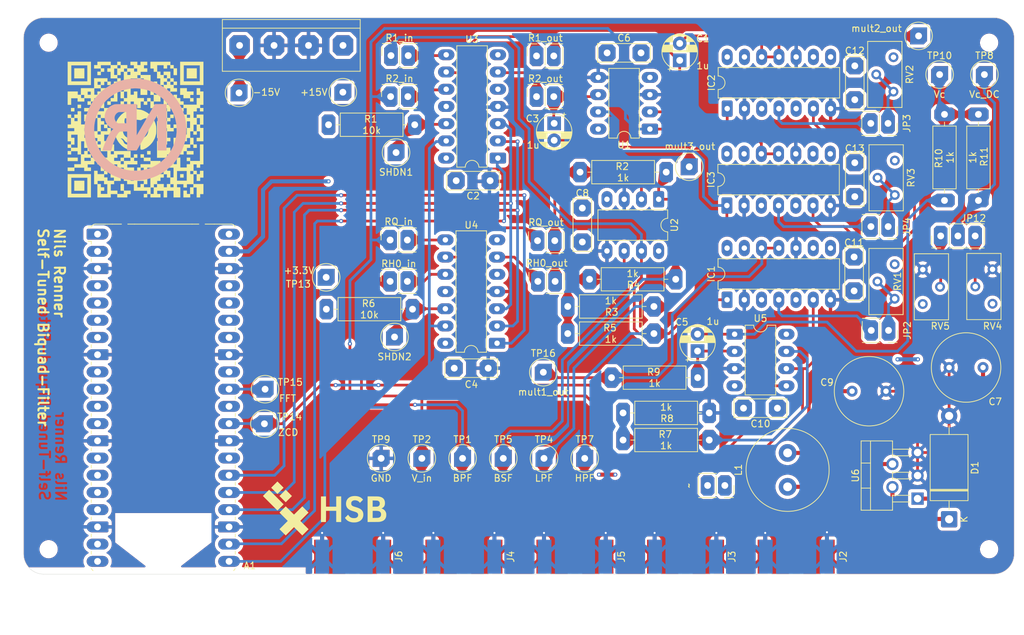
<source format=kicad_pcb>
(kicad_pcb (version 20241229) (generator "pcbnew") (generator_version "9.0")
  (layers (0 "F.Cu" signal) (4 "In1.Cu" power "GND") (6 "In2.Cu" power "PWR") (2 "B.Cu" signal) (13 "F.Paste" user) (15 "B.Paste" user) (5 "F.SilkS" user "F.Silkscreen") (7 "B.SilkS" user "B.Silkscreen") (1 "F.Mask" user) (3 "B.Mask" user) (25 "Edge.Cuts" user))
  (net 0 "")
  (net 1 "GND")
  (net 2 "MOSI")
  (net 3 "+3.3V")
  (net 4 "CS2")
  (net 5 "MISO")
  (net 6 "/ZCD")
  (net 7 "CS1")
  (net 8 "SCK")
  (net 9 "mult2_out")
  (net 10 "Net-(JP5-B)")
  (net 11 "mult3_out")
  (net 12 "Net-(JP9-B)")
  (net 13 "Net-(U5A--)")
  (net 14 "Net-(C5-Pad2)")
  (net 15 "-15V")
  (net 16 "+15V")
  (net 17 "mult1_out")
  (net 18 "unconnected-(IC1-NC_2-Pad5)")
  (net 19 "V_in")
  (net 23 "Net-(IC1-SCALE_FACTOR)")
  (net 24 "HPF")
  (net 25 "Vc")
  (net 26 "BPF")
  (net 29 "Net-(IC2-SCALE_FACTOR)")
  (net 33 "Net-(IC3-SCALE_FACTOR)")
  (net 37 "LPF")
  (net 38 "R1_in")
  (net 39 "Net-(JP2-A)")
  (net 40 "Net-(JP3-A)")
  (net 41 "Net-(JP4-A)")
  (net 42 "R1_out")
  (net 43 "R2_in")
  (net 44 "RQ_in")
  (net 45 "RH0_in")
  (net 46 "R2_out")
  (net 47 "Net-(JP10-B)")
  (net 48 "RQ_out")
  (net 49 "RH0_out")
  (net 50 "Net-(JP12-C)")
  (net 51 "Net-(JP12-A)")
  (net 52 "Net-(JP12-B)")
  (net 53 "Net-(U4-~SHDN)")
  (net 54 "Net-(U3-~SHDN)")
  (net 55 "Net-(U5B-+)")
  (net 56 "BSF")
  (net 57 "Net-(U2B--)")
  (net 85 "/FFT")
  (net 89 "Net-(D1-K)")
  (net 90 "Net-(JP13-A)")
  (footprint "000_OUF:TestPoint" (layer "F.Cu") (at 156.1 115.1)
    (property "Reference" "TP7" (hide yes))
    (property "Value" "HPF")
  )
  (footprint "001_CNC:BNC Edge Mount" (layer "F.Cu") (at 187.26 127.1 90)
    (property "Reference" "J2")
    (property "Value" "Conn_Coaxial")
  )
  (footprint "000_OUF:Resistor" (layer "F.Cu") (at 155.41 72.89)
    (property "Reference" "R2" (hide yes))
    (property "Value" "1k")
  )
  (footprint "000_OUF:TestPoint" (layer "F.Cu") (at 132.1 115.1)
    (property "Reference" "TP2" (hide yes))
    (property "Value" "V_in")
  )
  (footprint "000_OUF:TestPoint" (layer "F.Cu") (at 105.16 61.2 180)
    (property "Reference" "TP12" (hide yes))
    (property "Value" "-15V")
  )
  (footprint "000_OUF:Resistor" (layer "F.Cu") (at 118.35 65.9)
    (property "Reference" "R1" (hide yes))
    (property "Value" "10k")
  )
  (footprint "000_OUF:100nF" (layer "F.Cu") (at 137.16 74.15)
    (property "Reference" "C2" (hide yes))
    (property "Value" "100n" (hide yes))
  )
  (footprint "MountingHole:MountingHole_2.2mm_M2_DIN965" (layer "F.Cu") (at 215.7 53.8)
    (property "Reference" "H2" (hide yes))
    (property "Value" "MountingHole")
  )
  (footprint "000_OUF:DIP_14" (layer "F.Cu") (at 177.1 63.52 90)
    (property "Reference" "IC2")
    (property "Value" "MPY634KP")
  )
  (footprint "000_OUF:TestPoint" (layer "F.Cu") (at 108.9 110)
    (property "Reference" "TP14" (hide yes))
    (property "Value" "ZCD")
  )
  (footprint "000_OUF:TestPoint" (layer "F.Cu") (at 118 88.4 180)
    (property "Reference" "TP13" (hide yes))
    (property "Value" "+3.3V")
  )
  (footprint "000_OUF:DIP_14" (layer "F.Cu") (at 143.185 98.12 180)
    (property "Reference" "U4")
    (property "Value" "MCP4261-104E_P")
  )
  (footprint "000_OUF:Connector 2 Pin 2.54mm" (layer "F.Cu") (at 176.75 119.1 -90)
    (property "Reference" "JP13" (hide yes))
    (property "Value" "~")
  )
  (footprint "000_OUF:TestPoint" (layer "F.Cu") (at 215 58.5)
    (property "Reference" "TP8" (hide yes))
    (property "Value" "Vc_DC")
  )
  (footprint "000_OUF:100nF" (layer "F.Cu") (at 136.875 101.8)
    (property "Reference" "C4" (hide yes))
    (property "Value" "100n" (hide yes))
  )
  (footprint "000_OUF:TestPoint" (layer "F.Cu") (at 150.1 115.1)
    (property "Reference" "TP4" (hide yes))
    (property "Value" "LPF")
  )
  (footprint "000_OUF:Connector 2 Pin 2.54mm" (layer "F.Cu") (at 149 61.75 90)
    (property "Reference" "JP9" (hide yes))
    (property "Value" "R2_out")
  )
  (footprint "000_OUF:Resistor" (layer "F.Cu") (at 118.025 93.1)
    (property "Reference" "R6" (hide yes))
    (property "Value" "10k")
  )
  (footprint "000_OUF:DIP_8" (layer "F.Cu") (at 165.71 66.54 180)
    (property "Reference" "U1")
    (property "Value" "TL082")
  )
  (footprint "000_OUF:Terminal 4 Pol" (layer "F.Cu") (at 120.48 54.2 180)
    (property "Reference" "J1" (hide yes))
    (property "Value" "Screw_Terminal_01x04" (hide yes))
  )
  (footprint "000_OUF:1-10uF" (layer "F.Cu") (at 151.6 65.694888 -90)
    (property "Reference" "C3")
    (property "Value" "1u")
  )
  (footprint "000_OUF:TestPoint" (layer "F.Cu") (at 128.3 70)
    (property "Reference" "TP3" (hide yes))
    (property "Value" "SHDN1")
  )
  (footprint "000_OUF:100nF" (layer "F.Cu") (at 184.5 107.7 180)
    (property "Reference" "C10" (hide yes))
    (property "Value" "100n" (hide yes))
  )
  (footprint "000_OUF:Connector 2 Pin 2.54mm" (layer "F.Cu") (at 200.8 65.7 -90)
    (property "Reference" "JP3")
    (property "Value" "~" (hide yes))
  )
  (footprint "000_OUF:TestPoint" (layer "F.Cu") (at 138.1 115.1)
    (property "Reference" "TP1" (hide yes))
    (property "Value" "BPF")
  )
  (footprint "000_OUF:1-10uF" (layer "F.Cu") (at 170.1 56.405112 90)
    (property "Reference" "C1")
    (property "Value" "1u")
  )
  (footprint "000_OUF:1-10uF" (layer "F.Cu") (at 172.73 99.275113 90)
    (property "Reference" "C5")
    (property "Value" "1u")
  )
  (footprint "001_CNC:BNC Edge Mount" (layer "F.Cu") (at 121.9 127.1 90)
    (property "Reference" "J6")
    (property "Value" "Conn_Coaxial")
  )
  (footprint "000_OUF:TestPoint" (layer "F.Cu") (at 150 102.4)
    (property "Reference" "TP16" (hide yes))
    (property "Value" "mult1_out")
  )
  (footprint "000_OUF:Resistor" (layer "F.Cu") (at 174.45 108.4 180)
    (property "Reference" "R8" (hide yes))
    (property "Value" "1k")
  )
  (footprint "000_OUF:Connector 2 Pin 2.54mm" (layer "F.Cu") (at 149.2 89 90)
    (property "Reference" "JP11" (hide yes))
    (property "Value" "RH0_out")
  )
  (footprint "001_CNC:BNC Edge Mount" (layer "F.Cu") (at 138.3 127.1 90)
    (property "Reference" "J4")
    (property "Value" "Conn_Coaxial")
  )
  (footprint "Capacitor_THT:C_Radial_D10.0mm_H16.0mm_P5.00mm" (layer "F.Cu") (at 214.8 101.7 180)
    (property "Reference" "C7")
    (property "Value" "470uF")
  )
  (footprint "Potentiometer_THT:Potentiometer_Bourns_3296Y_Vertical" (layer "F.Cu") (at 201.6 61.02 -90)
    (property "Reference" "RV2")
    (property "Value" "10k")
  )
  (footprint "000_OUF:DIP_14" (layer "F.Cu") (at 177.08 91.71 90)
    (property "Reference" "IC1")
    (property "Value" "MPY634KP")
  )
  (footprint "000_OUF:DIP_14" (layer "F.Cu") (at 143.31 70.82 180)
    (property "Reference" "U3")
    (property "Value" "MCP4261-104E_P")
  )
  (footprint "000_OUF:Connector 2 Pin 2.54mm" (layer "F.Cu") (at 149 55.75 90)
    (property "Reference" "JP5" (hide yes))
    (property "Value" "R1_out")
  )
  (footprint "000_OUF:DIP_8" (layer "F.Cu") (at 178.19 96.79)
    (property "Reference" "U5")
    (property "Value" "TL082")
  )
  (footprint "000_OUF:TestPoint" (layer "F.Cu") (at 109 104.9)
    (property "Reference" "TP15" (hide yes))
    (property "Value" "FFT")
  )
  (footprint "Package_TO_SOT_THT:TO-220-5_P3.4x3.7mm_StaggerOdd_Lead3.8mm_Vertical" (layer "F.Cu") (at 205.15 121.04 90)
    (property "Reference" "U6")
    (property "Value" "LM2596T-3.3")
  )
  (footprint "000_OUF:Resistor" (layer "F.Cu") (at 166.3 92.7 180)
    (property "Reference" "R3" (hide yes))
    (property "Value" "1k")
  )
  (footprint "Inductor_THT:L_Radial_D12.0mm_P5.00mm_Fastron_11P" (layer "F.Cu") (at 186 119.3 90)
    (property "Reference" "L1")
    (property "Value" "68uH")
  )
  (footprint "Diode_THT:D_DO-27_P15.24mm_Horizontal" (layer "F.Cu") (at 209.8 124.08 90)
    (property "Reference" "D1")
    (property "Value" "1N5820")
  )
  (footprint "000_OUF:TestPoint" (layer "F.Cu") (at 205.3 52.8)
    (property "Reference" "TP17" (hide yes))
    (property "Value" "mult2_out")
  )
  (footprint "000_OUF:RaspberryPi_Pico_W_THT" (layer "F.Cu") (at 94 106.1625)
    (property "Reference" "A1")
    (property "Value" "RaspberryPi_Pico_W")
  )
  (footprint "000_OUF:Connector 2 Pin 2.54mm" (layer "F.Cu") (at 200.87 96.23 -90)
    (property "Reference" "JP2")
    (property "Value" "~" (hide yes))
  )
  (footprint "000_OUF:100nF" (layer "F.Cu") (at 159.4 55.3)
    (property "Reference" "C6" (hide yes))
    (property "Value" "100n" (hide yes))
  )
  (footprint "000_OUF:100nF" (layer "F.Cu") (at 195.8 90.4 90)
    (property "Reference" "C11" (hide yes))
    (property "Value" "100n" (hide yes))
  )
  (footprint "000_OUF:Connector 2 Pin 2.54mm" (layer "F.Cu") (at 127.5 61.75 90)
    (property "Reference" "JP6" (hide yes))
    (property "Value" "R2_in")
  )
  (footprint "000_OUF:Resistor" (layer "F.Cu") (at 160.05 103.2)
    (property "Reference" "R9" (hide yes))
    (property "Value" "1k")
  )
  (footprint "Potentiometer_THT:Potentiometer_Bourns_3296Y_Vertical" (layer "F.Cu") (at 205.92 87.26 90)
    (property "Reference" "RV5")
    (property "Value" "100k")
  )
  (footprint "000_OUF:DIP_14" (layer "F.Cu") (at 177.05 77.81 90)
    (property "Reference" "IC3")
    (property "Value" "MPY634KP")
  )
  (footprint "000_OUF:Resistor" (layer "F.Cu") (at 214.12 64.37 -90)
    (property "Reference" "R11" (hide yes))
    (property "Value" "1k")
  )
  (footprint "000_OUF:Connector 2 Pin 2.54mm" (layer "F.Cu") (at 149.15 83 90)
    (property "Reference" "JP10" (hide yes))
    (property "Value" "RQ_out")
  )
  (footprint "000_OUF:100nF" (layer "F.Cu") (at 155.75 83.19 90)
    (property "Reference" "C8" (hide yes))
    (property "Value" "100n" (hide yes))
  )
  (footprint "Potentiometer_THT:Potentiometer_Bourns_3296Y_Vertical" (layer "F.Cu") (at 201.8 76.26 -90)
    (property "Reference" "RV3")
    (property "Value" "10k")
  )
  (footprint "MountingHole:MountingHole_2.2mm_M2_DIN965" (layer "F.Cu") (at 215.7 128.5)
    (property "Reference" "H4" (hide yes))
    (property "Value" "MountingHole")
  )
  (footprint "000_OUF:TestPoint" (layer "F.Cu") (at 126.1 115.1)
    (property "Reference" "TP9" (hide yes))
    (property "Value" "GND")
  )
  (footprint "000_OUF:100nF" (layer "F.Cu") (at 195.9 76.5 90)
    (property "Reference" "C13" (hide yes))
    (property "Value" "100n" (hide yes))
  )
  (footprint "000_OUF:DIP_8" (layer "F.Cu") (at 167 76.89 -90)
    (property "Reference" "U2")
    (property "Value" "TL082")
  )
  (footprint "000_OUF:TestPoint" (layer "F.Cu") (at 120.46 61.1 180)
    (property "Reference" "TP11" (hide yes))
    (property "Value" "+15V")
  )
  (footprint "000_OUF:Connector 3 Pin 2,54mm" (layer "F.Cu") (at 211.1 82.3)
    (property "Reference" "JP12")
    (property "Value" "Jumper3" (hide yes))
  )
  (footprint "000_OUF:Resistor" (layer "F.Cu") (at 161.75 112.4)
    (property "Reference" "R7" (hide yes))
    (property "Value" "1k")
  )
  (footprint "001_CNC:BNC Edge Mount" (layer "F.Cu") (at 170.96 127.1 90)
    (property "Reference" "J3")
    (property "Value" "Conn_Coaxial")
  )
  (footprint "AQUA-link_bib:HSB_Logo" (layer "F.Cu") (at 117.9 122.5)
    (property "Reference" "G***" (hide yes))
    (property "Value" "LOGO" (hide yes))
  )
  (footprint "000_OUF:Connector 2 Pin 2.54mm" (layer "F.Cu") (at 127.425 82.9 90)
    (property "Reference" "JP7" (hide yes))
    (property "Value" "RQ_in")
  )
  (footprint "Potentiometer_THT:Potentiometer_Bourns_3296Y_Vertical" (layer "F.Cu") (at 201.78 91.56 -90)
    (property "Reference" "RV1")
    (property "Value" "10k")
  )
  (footprint "003_logos:git_qr" (layer "F.Cu") (at 89.9 66.6)
    (property "Reference" "Ref**" (hide yes))
    (property "Value" "Val**" (hide yes))
  )
  (footprint "000_OUF:100nF" (layer "F.Cu") (at 195.9 62.21 90)
    (property "Reference" "C12" (hide yes))
    (property "Value" "100n" (hide yes))
  )
  (footprint "000_OUF:TestPoint" (layer "F.Cu") (at 171.5 72.1)
    (property "Reference" "TP18" (hide yes))
    (property "Value" "mult3_out")
  )
  (footprint "000_OUF:Connector 2 Pin 2.54mm" (layer "F.Cu") (at 127.425 89 90)
    (property "Reference" "JP8" (hide yes))
    (property "Value" "RH0_in")
  )
  (footprint "000_OUF:Resistor" (layer "F.Cu") (at 209.12 77.07 90)
    (property "Reference" "R10" (hide yes))
    (property "Value" "1k")
  )
  (footprint "MountingHole:MountingHole_2.2mm_M2_DIN965" (layer "F.Cu") (at 77.1 53.8)
    (property "Reference" "H1" (hide yes))
    (property "Value" "MountingHole")
  )
  (footprint "000_OUF:Connector 2 Pin 2.54mm" (layer "F.Cu") (at 127.55 55.7 90)
    (property "Reference" "JP1" (hide yes))
    (property "Value" "R1_in")
  )
  (footprint "000_OUF:Connector 2 Pin 2.54mm" (layer "F.Cu") (at 200.82 80.92 -90)
    (property "Reference" "JP4")
    (property "Value" "~" (hide yes))
  )
  (footprint "MountingHole:MountingHole_2.2mm_M2_DIN965" (layer "F.Cu") (at 77.1 128.5)
    (property "Reference" "H3" (hide yes))
    (property "Value" "MountingHole")
  )
  (footprint "Capacitor_THT:C_Radial_D10.0mm_H16.0mm_P5.00mm" (layer "F.Cu") (at 195.5 105.2)
    (property "Reference" "C9")
    (property "Value" "330uF")
  )
  (footprint "Potentiometer_THT:Potentiometer_Bourns_3296Y_Vertical" (layer "F.Cu") (at 216.2 92.3 -90)
    (property "Reference" "RV4")
    (property "Value" "100k")
  )
  (footprint "001_CNC:BNC Edge Mount" (layer "F.Cu") (at 154.66 127.1 90)
    (property "Reference" "J5")
    (property "Value" "Conn_Coaxial")
  )
  (footprint "000_OUF:TestPoint" (layer "F.Cu") (at 208.4 58.5)
    (property "Reference" "TP10" (hide yes))
    (property "Value" "Vc")
  )
  (footprint "000_OUF:Resistor" (layer "F.Cu") (at 169.51 88.69 180)
    (property "Reference" "R4" (hide yes))
    (property "Value" "1k")
  )
  (footprint "000_OUF:TestPoint" (layer "F.Cu") (at 128.075 97.2)
    (property "Reference" "TP6" (hide yes))
    (property "Value" "SHDN2")
  )
  (footprint "000_OUF:TestPoint" (layer "F.Cu") (at 144.1 115.1)
    (property "Reference" "TP5" (hide yes))
    (property "Value" "BSF")
  )
  (footprint "000_OUF:Resistor" (layer "F.Cu") (at 153.6 96.7)
    (property "Reference" "R5" (hide yes))
    (property "Value" "1k")
  )
  (footprint "003_logos:logo_nils" (layer "B.Cu") (at 89.9 66.6 180)
    (property "Reference" "Ref**" (hide yes))
    (property "Value" "Val**" (hide yes))
  )
  (gr_arc (start 73.400001 53.099999) (mid 74.278681 50.97868) (end 76.4 50.1) (stroke (width 0.05)) (layer "Edge.Cuts"))
  (gr_line (start 216.4 50.1) (end 76.4 50.1) (stroke (width 0.05)) (layer "Edge.Cuts"))
  (gr_arc (start 76.4 132.178678) (mid 74.278681 131.299998) (end 73.400001 129.178679) (stroke (width 0.05)) (layer "Edge.Cuts"))
  (gr_line (start 216.4 132.178678) (end 76.4 132.178678) (stroke (width 0.05)) (layer "Edge.Cuts"))
  (gr_arc (start 219.39998 129.17868) (mid 218.5213 131.3) (end 216.39998 132.17868) (stroke (width 0.05)) (layer "Edge.Cuts"))
  (gr_arc (start 216.39998 50.1) (mid 218.5213 50.97868) (end 219.39998 53.1) (stroke (width 0.05)) (layer "Edge.Cuts"))
  (gr_line (start 219.39998 129.17868) (end 219.39998 53.1) (stroke (width 0.05)) (layer "Edge.Cuts"))
  (gr_line (start 73.400001 129.178679) (end 73.400001 53.099999) (stroke (width 0.05)) (layer "Edge.Cuts"))
  (gr_text "Version 2\n" (at 201.6 129.6 0) (layer "F.Cu" knockout) (effects (font (size 1.5 1.5) (thickness 0.3) (bold yes)) (justify left bottom)))
  (gr_text "Self-Tuned Biquad-Filter" (at 75.6 121.5 270) (layer "B.Cu" knockout) (effects (font (size 1.5 1.5) (thickness 0.3) (bold yes)) (justify left bottom mirror)))
  (gr_text "Nils Renner" (at 78 121.6 270) (layer "B.Cu" knockout) (effects (font (size 1.5 1.5) (thickness 0.3) (bold yes)) (justify left bottom mirror)))
  (gr_text "Nils Renner\nSelf-Tuned Biquad-Filter\n" (at 75.4 81 270) (layer "F.SilkS") (effects (font (size 1.5 1.5) (thickness 0.3) (bold yes)) (justify left bottom)))
  (segment (start 142.8 129.275) (end 143.225 129.7) (width 0.6) (layer "F.Cu") (net 1))
  (segment (start 166.4 126.1) (end 166.4 129.335) (width 0.6) (layer "F.Cu") (net 1))
  (segment (start 126.4 126.1) (end 126.4 129.275) (width 0.6) (layer "F.Cu") (net 1))
  (segment (start 205.15 106.95) (end 203.4 105.2) (width 0.4) (layer "F.Cu") (net 1))
  (segment (start 205.15 117.64) (end 205.15 114.24) (width 0.4) (layer "F.Cu") (net 1))
  (segment (start 150.1 126.1) (end 150.1 129.335) (width 0.6) (layer "F.Cu") (net 1))
  (segment (start 175.5 129.315) (end 175.885 129.7) (width 0.6) (layer "F.Cu") (net 1))
  (segment (start 150.1 129.335) (end 149.735 129.7) (width 0.6) (layer "F.Cu") (net 1))
  (segment (start 191.8 126) (end 191.8 129.315) (width 0.6) (layer "F.Cu") (net 1))
  (segment (start 175.5 126.1) (end 175.5 129.315) (width 0.6) (layer "F.Cu") (net 1))
  (segment (start 208.08 114.24) (end 209.8 112.52) (width 0.4) (layer "F.Cu") (net 1))
  (segment (start 117.4 126.1) (end 117.4 129.275) (width 0.6) (layer "F.Cu") (net 1))
  (segment (start 205.15 114.24) (end 208.08 114.24) (width 0.4) (layer "F.Cu") (net 1))
  (segment (start 159.2 126.1) (end 159.2 129.315) (width 0.6) (layer "F.Cu") (net 1))
  (segment (start 159.2 129.315) (end 159.585 129.7) (width 0.6) (layer "F.Cu") (net 1))
  (segment (start 205.15 114.24) (end 205.15 106.95) (width 0.4) (layer "F.Cu") (net 1))
  (segment (start 142.8 126.1) (end 142.8 129.275) (width 0.6) (layer "F.Cu") (net 1))
  (segment (start 209.8 108.84) (end 209.8 101.7) (width 0.4) (layer "F.Cu") (net 1))
  (segment (start 209.8 112.52) (end 209.8 108.84) (width 0.4) (layer "F.Cu") (net 1))
  (segment (start 182.7 126.1) (end 182.7 129.335) (width 0.6) (layer "F.Cu") (net 1))
  (segment (start 126.4 129.275) (end 126.825 129.7) (width 0.6) (layer "F.Cu") (net 1))
  (segment (start 117.4 129.275) (end 116.975 129.7) (width 0.6) (layer "F.Cu") (net 1))
  (segment (start 191.8 129.315) (end 192.185 129.7) (width 0.6) (layer "F.Cu") (net 1))
  (segment (start 203.4 105.2) (end 200.5 105.2) (width 0.4) (layer "F.Cu") (net 1))
  (segment (start 166.4 129.335) (end 166.035 129.7) (width 0.6) (layer "F.Cu") (net 1))
  (segment (start 182.7 129.335) (end 182.335 129.7) (width 0.6) (layer "F.Cu") (net 1))
  (segment (start 133.8 129.275) (end 133.375 129.7) (width 0.6) (layer "F.Cu") (net 1))
  (segment (start 133.8 126.1) (end 133.8 129.275) (width 0.6) (layer "F.Cu") (net 1))
  (via (at 166.4 126.1) (size 0.6) (drill 0.3) (layers "F.Cu" "B.Cu") (net 1))
  (via (at 191.8 126) (size 0.6) (drill 0.3) (layers "F.Cu" "B.Cu") (net 1))
  (via (at 175.5 126.1) (size 0.6) (drill 0.3) (layers "F.Cu" "B.Cu") (net 1))
  (via (at 133.8 126.1) (size 0.6) (drill 0.3) (layers "F.Cu" "B.Cu") (net 1))
  (via (at 117.4 126.1) (size 0.6) (drill 0.3) (layers "F.Cu" "B.Cu") (net 1))
  (via (at 159.2 126.1) (size 0.6) (drill 0.3) (layers "F.Cu" "B.Cu") (net 1))
  (via (at 126.4 126.1) (size 0.6) (drill 0.3) (layers "F.Cu" "B.Cu") (net 1))
  (via (at 142.8 126.1) (size 0.6) (drill 0.3) (layers "F.Cu" "B.Cu") (net 1))
  (via (at 182.7 126.1) (size 0.6) (drill 0.3) (layers "F.Cu" "B.Cu") (net 1))
  (via (at 150.1 126.1) (size 0.6) (drill 0.3) (layers "F.Cu" "B.Cu") (net 1))
  (segment (start 166.4 129.6) (end 166.5 129.7) (width 0.6) (layer "B.Cu") (net 1))
  (segment (start 166.4 126.1) (end 166.4 129.6) (width 0.6) (layer "B.Cu") (net 1))
  (segment (start 191.8 126) (end 191.8 129.62) (width 0.6) (layer "B.Cu") (net 1))
  (segment (start 142.8 126.1) (end 142.8 129.66) (width 0.6) (layer "B.Cu") (net 1))
  (segment (start 126.4 129.66) (end 126.36 129.7) (width 0.6) (layer "B.Cu") (net 1))
  (segment (start 133.8 129.66) (end 133.84 129.7) (width 0.6) (layer "B.Cu") (net 1))
  (segment (start 175.5 126.1) (end 175.5 129.62) (width 0.6) (layer "B.Cu") (net 1))
  (segment (start 133.8 126.1) (end 133.8 129.66) (width 0.6) (layer "B.Cu") (net 1))
  (segment (start 150.1 129.6) (end 150.2 129.7) (width 0.6) (layer "B.Cu") (net 1))
  (segment (start 150.1 126.1) (end 150.1 129.6) (width 0.6) (layer "B.Cu") (net 1))
  (segment (start 159.2 126.1) (end 159.2 129.62) (width 0.6) (layer "B.Cu") (net 1))
  (segment (start 117.4 126.1) (end 117.4 129.66) (width 0.6) (layer "B.Cu") (net 1))
  (segment (start 175.5 129.62) (end 175.42 129.7) (width 0.6) (layer "B.Cu") (net 1))
  (segment (start 126.4 126.1) (end 126.4 129.66) (width 0.6) (layer "B.Cu") (net 1))
  (segment (start 191.8 129.62) (end 191.72 129.7) (width 0.6) (layer "B.Cu") (net 1))
  (segment (start 159.2 129.62) (end 159.12 129.7) (width 0.6) (layer "B.Cu") (net 1))
  (segment (start 182.7 126.1) (end 182.7 129.6) (width 0.6) (layer "B.Cu") (net 1))
  (segment (start 117.4 129.66) (end 117.44 129.7) (width 0.6) (layer "B.Cu") (net 1))
  (segment (start 182.7 129.6) (end 182.8 129.7) (width 0.6) (layer "B.Cu") (net 1))
  (segment (start 142.8 129.66) (end 142.76 129.7) (width 0.6) (layer "B.Cu") (net 1))
  (segment (start 145.2 77.5) (end 120.2 77.5) (width 0.4) (layer "F.Cu") (net 2))
  (via (at 120.2 77.5) (size 0.6) (drill 0.3) (layers "F.Cu" "B.Cu") (net 2))
  (via (at 145.2 77.5) (size 0.6) (drill 0.3) (layers "F.Cu" "B.Cu") (net 2))
  (segment (start 113.3 118.6) (end 111.7675 120.1325) (width 0.4) (layer "B.Cu") (net 2))
  (segment (start 145.2 92.4) (end 144.56 93.04) (width 0.4) (layer "B.Cu") (net 2))
  (segment (start 144.56 93.04) (end 143.185 93.04) (width 0.4) (layer "B.Cu") (net 2))
  (segment (start 143.21 65.84) (end 144.44 65.84) (width 0.4) (layer "B.Cu") (net 2))
  (segment (start 145.2 66.6) (end 145.2 92.4) (width 0.4) (layer "B.Cu") (net 2))
  (segment (start 113.3 78.8) (end 113.3 118.6) (width 0.4) (layer "B.Cu") (net 2))
  (segment (start 114.6 77.5) (end 113.3 78.8) (width 0.4) (layer "B.Cu") (net 2))
  (segment (start 111.7675 120.1325) (end 103.69 120.1325) (width 0.4) (layer "B.Cu") (net 2))
  (segment (start 120.2 77.5) (end 114.6 77.5) (width 0.4) (layer "B.Cu") (net 2))
  (segment (start 144.44 65.84) (end 145.2 66.6) (width 0.4) (layer "B.Cu") (net 2))
  (via (at 118.35 74.25) (size 0.6) (drill 0.3) (layers "F.Cu" "B.Cu") (net 3))
  (segment (start 108.7 75.5) (end 108.7 82.4) (width 0.6) (layer "B.Cu") (net 3))
  (segment (start 108.7 82.4) (end 106.5275 84.5725) (width 0.6) (layer "B.Cu") (net 3))
  (segment (start 106.5275 84.5725) (end 103.69 84.5725) (width 0.6) (layer "B.Cu") (net 3))
  (segment (start 109.95 74.25) (end 108.7 75.5) (width 0.6) (layer "B.Cu") (net 3))
  (segment (start 118.35 74.25) (end 109.95 74.25) (width 0.6) (layer "B.Cu") (net 3))
  (segment (start 147.2 76.3) (end 120.4 76.3) (width 0.4) (layer "F.Cu") (net 4))
  (via (at 147.2 76.3) (size 0.6) (drill 0.3) (layers "F.Cu" "B.Cu") (net 4))
  (via (at 120.2 76.3) (size 0.6) (drill 0.3) (layers "F.Cu" "B.Cu") (net 4))
  (segment (start 145.28 98.12) (end 143.185 98.12) (width 0.4) (layer "B.Cu") (net 4))
  (segment (start 111.8 78.2) (end 111.8 116.2) (width 0.4) (layer "B.Cu") (net 4))
  (segment (start 147.2 96.2) (end 145.28 98.12) (width 0.4) (layer "B.Cu") (net 4))
  (segment (start 110.4075 117.5925) (end 103.69 117.5925) (width 0.4) (layer "B.Cu") (net 4))
  (segment (start 113.7 76.3) (end 111.8 78.2) (width 0.4) (layer "B.Cu") (net 4))
  (segment (start 111.8 116.2) (end 110.4075 117.5925) (width 0.4) (layer "B.Cu") (net 4))
  (segment (start 147.2 76.3) (end 147.2 96.2) (width 0.4) (layer "B.Cu") (net 4))
  (segment (start 120.2 76.3) (end 113.7 76.3) (width 0.4) (layer "B.Cu") (net 4))
  (segment (start 135.565 95.58) (end 133.2 95.58) (width 0.4) (layer "B.Cu") (net 5))
  (segment (start 133.2 103.6) (end 129.2 107.6) (width 0.4) (layer "B.Cu") (net 5))
  (segment (start 117.8 109.7) (end 117.8 123.8) (width 0.4) (layer "B.Cu") (net 5))
  (segment (start 133.2 95.1) (end 133.2 103.6) (width 0.4) (layer "B.Cu") (net 5))
  (segment (start 133.2 95.58) (end 133.2 95.1) (width 0.4) (layer "B.Cu") (net 5))
  (segment (start 133.2 69.4) (end 134.22 68.38) (width 0.4) (layer "B.Cu") (net 5))
  (segment (start 119.9 107.6) (end 117.8 109.7) (width 0.4) (layer "B.Cu") (net 5))
  (segment (start 134.22 68.38) (end 135.59 68.38) (width 0.4) (layer "B.Cu") (net 5))
  (segment (start 117.8 123.8) (end 111.3075 130.2925) (width 0.4) (layer "B.Cu") (net 5))
  (segment (start 111.3075 130.2925) (end 103.69 130.2925) (width 0.4) (layer "B.Cu") (net 5))
  (segment (start 133.2 95.1) (end 133.2 69.4) (width 0.4) (layer "B.Cu") (net 5))
  (segment (start 129.2 107.6) (end 119.9 107.6) (width 0.4) (layer "B.Cu") (net 5))
  (segment (start 111.5 110) (end 108.9 110) (width 0.4) (layer "F.Cu") (net 6))
  (segment (start 130.249 104.299) (end 156.799 104.299) (width 0.4) (layer "F.Cu") (net 6))
  (segment (start 125.7 104.3) (end 130.248 104.3) (width 0.4) (layer "F.Cu") (net 6))
  (segment (start 164.7 105.7) (end 171.4 112.4) (width 0.4) (layer "F.Cu") (net 6))
  (segment (start 130.248 104.3) (end 130.249 104.299) (width 0.4) (layer "F.Cu") (net 6))
  (segment (start 156.799 104.299) (end 158.2 105.7) (width 0.4) (layer "F.Cu") (net 6))
  (segment (start 119.4 104.3) (end 117.2 104.3) (width 0.4) (layer "F.Cu") (net 6))
  (segment (start 171.4 112.4) (end 174.45 112.4) (width 0.4) (layer "F.Cu") (net 6))
  (segment (start 158.2 105.7) (end 164.7 105.7) (width 0.4) (layer "F.Cu") (net 6))
  (segment (start 117.2 104.3) (end 111.5 110) (width 0.4) (layer "F.Cu") (net 6))
  (via (at 119.4 104.3) (size 0.6) (drill 0.3) (layers "F.Cu" "B.Cu") (net 6))
  (via (at 125.7 104.3) (size 0.6) (drill 0.3) (layers "F.Cu" "B.Cu") (net 6))
  (segment (start 188.9 107.4) (end 183.9 112.4) (width 0.4) (layer "B.Cu") (net 6))
  (segment (start 119.4 104.3) (end 119.5 104.3) (width 0.4) (layer "B.Cu") (net 6))
  (segment (start 188.9 100.4) (end 188.9 107.4) (width 0.4) (layer "B.Cu") (net 6))
  (segment (start 108.8725 109.9725) (end 108.9 110) (width 0.4) (layer "B.Cu") (net 6))
  (segment (start 103.69 109.9725) (end 108.8725 109.9725) (width 0.4) (layer "B.Cu") (net 6))
  (segment (start 187.83 99.33) (end 188.9 100.4) (width 0.4) (layer "B.Cu") (net 6))
  (segment (start 119.4 104.3) (end 125.7 104.3) (width 0.4) (layer "B.Cu") (net 6))
  (segment (start 183.9 112.4) (end 174.45 112.4) (width 0.4) (layer "B.Cu") (net 6))
  (segment (start 185.81 99.33) (end 187.83 99.33) (width 0.4) (layer "B.Cu") (net 6))
  (segment (start 144.2 80.1) (end 120.2 80.1) (width 0.4) (layer "F.Cu") (net 7))
  (via (at 120.2 80.1) (size 0.6) (drill 0.3) (layers "F.Cu" "B.Cu") (net 7))
  (via (at 144.2 80.1) (size 0.6) (drill 0.3) (layers "F.Cu" "B.Cu") (net 7))
  (segment (start 116.3 80.5) (end 116.3 122.8) (width 0.4) (layer "B.Cu") (net 7))
  (segment (start 120.2 80.1) (end 116.7 80.1) (width 0.4) (layer "B.Cu") (net 7))
  (segment (start 111.4 127.7) (end 103.7425 127.7) (width 0.4) (layer "B.Cu") (net 7))
  (segment (start 144.3 80) (end 144.3 73) (width 0.4) (layer "B.Cu") (net 7))
  (segment (start 144.3 73) (end 143.31 72.01) (width 0.4) (layer "B.Cu") (net 7))
  (segment (start 143.21 72.11) (end 143.21 70.92) (width 0.4) (layer "B.Cu") (net 7))
  (segment (start 116.7 80.1) (end 116.3 80.5) (width 0.4) (layer "B.Cu") (net 7))
  (segment (start 103.7425 127.7) (end 103.69 127.7525) (width 0.4) (layer "B.Cu") (net 7))
  (segment (start 116.3 122.8) (end 111.4 127.7) (width 0.4) (layer "B.Cu") (net 7))
  (segment (start 146.2 68.38) (end 143.21 68.38) (width 0.4) (layer "F.Cu") (net 8))
  (segment (start 146.2 68.38) (end 146.22 68.4) (width 0.4) (layer "F.Cu") (net 8))
  (segment (start 146.2 78.5) (end 120.2 78.5) (width 0.4) (layer "F.Cu") (net 8))
  (via (at 120.2 78.5) (size 0.6) (drill 0.3) (layers "F.Cu" "B.Cu") (net 8))
  (via (at 146.2 78.5) (size 0.6) (drill 0.3) (layers "F.Cu" "B.Cu") (net 8))
  (via (at 146.2 68.38) (size 0.6) (drill 0.3) (layers "F.Cu" "B.Cu") (net 8))
  (segment (start 114.8 79.2) (end 114.8 120.9) (width 0.4) (layer "B.Cu") (net 8))
  (segment (start 120.2 78.5) (end 115.5 78.5) (width 0.4) (layer "B.Cu") (net 8))
  (segment (start 145.52 95.58) (end 143.185 95.58) (width 0.4) (layer "B.Cu") (net 8))
  (segment (start 146.2 68.38) (end 146.2 78.5) (width 0.4) (layer "B.Cu") (net 8))
  (segment (start 146.2 78.5) (end 146.2 94.9) (width 0.4) (layer "B.Cu") (net 8))
  (segment (start 114.8 120.9) (end 113.0275 122.6725) (width 0.4) (layer "B.Cu") (net 8))
  (segment (start 113.0275 122.6725) (end 103.69 122.6725) (width 0.4) (layer "B.Cu") (net 8))
  (segment (start 146.2 94.9) (end 145.52 95.58) (width 0.4) (layer "B.Cu") (net 8))
  (segment (start 115.5 78.5) (end 114.8 79.2) (width 0.4) (layer "B.Cu") (net 8))
  (segment (start 184.72 55.9) (end 184.72 53.58) (width 0.4) (layer "F.Cu") (net 9))
  (segment (start 185.5 52.8) (end 205.3 52.8) (width 0.4) (layer "F.Cu") (net 9))
  (segment (start 170.1 53.905112) (end 171.205112 52.8) (width 0.4) (layer "F.Cu") (net 9))
  (segment (start 181.28 52.8) (end 182.18 53.7) (width 0.4) (layer "F.Cu") (net 9))
  (segment (start 171.205112 52.8) (end 181.28 52.8) (width 0.4) (layer "F.Cu") (net 9))
  (segment (start 182.18 53.7) (end 182.18 55.9) (width 0.4) (layer "F.Cu") (net 9))
  (segment (start 184.72 53.58) (end 185.5 52.8) (width 0.4) (layer "F.Cu") (net 9))
  (segment (start 182.18 55.9) (end 184.72 55.9) (width 0.4) (layer "F.Cu") (net 9))
  (segment (start 151.54 55.75) (end 151.54 53.86) (width 0.4) (layer "F.Cu") (net 10))
  (segment (start 170.1 62.8) (end 168.9 64) (width 0.4) (layer "F.Cu") (net 10))
  (segment (start 170.1 56.405112) (end 170.1 62.8) (width 0.4) (layer "F.Cu") (net 10))
  (segment (start 169.905112 56.405112) (end 170.1 56.405112) (width 0.4) (layer "F.Cu") (net 10))
  (segment (start 166.4 52.9) (end 169.905112 56.405112) (width 0.4) (layer "F.Cu") (net 10))
  (segment (start 152.5 52.9) (end 166.4 52.9) (width 0.4) (layer "F.Cu") (net 10))
  (segment (start 151.54 53.86) (end 152.5 52.9) (width 0.4) (layer "F.Cu") (net 10))
  (segment (start 168.9 64) (end 165.71 64) (width 0.4) (layer "F.Cu") (net 10))
  (segment (start 172.7 68) (end 181.5 68) (width 0.4) (layer "F.Cu") (net 11))
  (segment (start 151.6 68.194888) (end 151.605112 68.2) (width 0.4) (layer "F.Cu") (net 11))
  (segment (start 181.5 68) (end 182.13 68.63) (width 0.4) (layer "F.Cu") (net 11))
  (segment (start 154.3 69.2) (end 171.5 69.2) (width 0.4) (layer "F.Cu") (net 11))
  (segment (start 171.5 69.2) (end 172.7 68) (width 0.4) (layer "F.Cu") (net 11))
  (segment (start 171.5 69.2) (end 171.5 72.1) (width 0.4) (layer "F.Cu") (net 11))
  (segment (start 153.3 68.2) (end 154.3 69.2) (width 0.4) (layer "F.Cu") (net 11))
  (segment (start 182.13 68.63) (end 182.13 70.19) (width 0.4) (layer "F.Cu") (net 11))
  (segment (start 182.13 70.19) (end 184.67 70.19) (width 0.4) (layer "F.Cu") (net 11))
  (segment (start 151.605112 68.2) (end 153.3 68.2) (width 0.4) (layer "F.Cu") (net 11))
  (segment (start 157.8 61.75) (end 158.09 61.46) (width 0.4) (layer "F.Cu") (net 12))
  (segment (start 151.54 61.75) (end 157.8 61.75) (width 0.4) (layer "F.Cu") (net 12))
  (segment (start 151.54 61.75) (end 151.54 65.634888) (width 0.4) (layer "F.Cu") (net 12))
  (segment (start 151.54 65.634888) (end 151.6 65.694888) (width 0.4) (layer "F.Cu") (net 12))
  (segment (start 172.75 103.2) (end 172.75 99.295113) (width 0.4) (layer "F.Cu") (net 13))
  (segment (start 178.135113 99.275113) (end 178.19 99.33) (width 0.4) (layer "F.Cu") (net 13))
  (segment (start 172.75 99.295113) (end 172.73 99.275113) (width 0.4) (layer "F.Cu") (net 13))
  (segment (start 172.73 99.275113) (end 178.135113 99.275113) (width 0.4) (layer "F.Cu") (net 13))
  (segment (start 172.744887 96.79) (end 172.73 96.775113) (width 0.4) (layer "F.Cu") (net 14))
  (segment (start 178.19 96.79) (end 172.744887 96.79) (width 0.4) (layer "F.Cu") (net 14))
  (segment (start 203.7 97.8) (end 203.7 79.9) (width 0.4) (layer "B.Cu") (net 14))
  (segment (start 178.19 96.79) (end 181.11 96.79) (width 0.4) (layer "B.Cu") (net 14))
  (segment (start 191.8 95) (end 196.1 99.3) (width 0.4) (layer "B.Cu") (net 14))
  (segment (start 206.53 77.07) (end 209.12 77.07) (width 0.4) (layer "B.Cu") (net 14))
  (segment (start 181.11 96.79) (end 182.9 95) (width 0.4) (layer "B.Cu") (net 14))
  (segment (start 202.2 99.3) (end 203.7 97.8) (width 0.4) (layer "B.Cu") (net 14))
  (segment (start 182.9 95) (end 191.8 95) (width 0.4) (layer "B.Cu") (net 14))
  (segment (start 203.7 79.9) (end 206.53 77.07) (width 0.4) (layer "B.Cu") (net 14))
  (segment (start 196.1 99.3) (end 202.2 99.3) (width 0.4) (layer "B.Cu") (net 14))
  (segment (start 105.24 54.2) (end 105.24 61.12) (width 0.6) (layer "F.Cu") (net 15))
  (segment (start 105.24 61.12) (end 105.16 61.2) (width 0.6) (layer "F.Cu") (net 15))
  (segment (start 160.6 117.5) (end 158.2 117.5) (width 0.6) (layer "F.Cu") (net 15))
  (via (at 158.2 117.5) (size 0.6) (drill 0.3) (layers "F.Cu" "B.Cu") (net 15))
  (via (at 160.6 117.5) (size 0.6) (drill 0.3) (layers "F.Cu" "B.Cu") (net 15))
  (segment (start 214.8 101.7) (end 214.8 118.3) (width 0.6) (layer "F.Cu") (net 16))
  (segment (start 214.8 118.3) (end 212.06 121.04) (width 0.6) (layer "F.Cu") (net 16))
  (segment (start 212.06 121.04) (end 205.15 121.04) (width 0.6) (layer "F.Cu") (net 16))
  (via (at 202.2 100.5) (size 0.6) (drill 0.3) (layers "F.Cu" "B.Cu") (net 16))
  (via (at 205.2 100.5) (size 0.6) (drill 0.3) (layers "F.Cu" "B.Cu") (net 16))
  (segment (start 202.2 100.5) (end 205.2 100.5) (width 0.6) (layer "B.Cu") (net 16))
  (segment (start 182.16 84.09) (end 184.7 84.09) (width 0.4) (layer "F.Cu") (net 17))
  (segment (start 160.05 103.2) (end 150.8 103.2) (width 0.4) (layer "F.Cu") (net 17))
  (segment (start 150.8 103.2) (end 150 102.4) (width 0.4) (layer "F.Cu") (net 17))
  (segment (start 182.2 86.4) (end 180.3 88.3) (width 0.4) (layer "B.Cu") (net 17))
  (segment (start 180.3 88.3) (end 174.6 88.3) (width 0.4) (layer "B.Cu") (net 17))
  (segment (start 182.2 84.13) (end 182.2 86.4) (width 0.4) (layer "B.Cu") (net 17))
  (segment (start 182.16 84.09) (end 182.2 84.13) (width 0.4) (layer "B.Cu") (net 17))
  (segment (start 166.7 103.2) (end 160.05 103.2) (width 0.4) (layer "B.Cu") (net 17))
  (segment (start 169 100.9) (end 166.7 103.2) (width 0.4) (layer "B.Cu") (net 17))
  (segment (start 174.6 88.3) (end 169 93.9) (width 0.4) (layer "B.Cu") (net 17))
  (segment (start 169 93.9) (end 169 100.9) (width 0.4) (layer "B.Cu") (net 17))
  (segment (start 189.78 91.71) (end 189.78 100.82) (width 0.4) (layer "F.Cu") (net 19))
  (segment (start 121.9 126.8) (end 121.9 129.7) (width 0.4) (layer "F.Cu") (net 19))
  (segment (start 156.3 105.9) (end 159.2 108.8) (width 0.4) (layer "F.Cu") (net 19))
  (segment (start 132.1 115.1) (end 132.1 123.8) (width 0.4) (layer "F.Cu") (net 19))
  (segment (start 180 116.3) (end 188.2 108.1) (width 0.4) (layer "F.Cu") (net 19))
  (segment (start 127.425 89) (end 123.9 89) (width 0.4) (layer "F.Cu") (net 19))
  (segment (start 123.9 89) (end 123.2 89.7) (width 0.4) (layer "F.Cu") (net 19))
  (segment (start 132.1 105.9) (end 132.1 115.1) (width 0.4) (layer "F.Cu") (net 19))
  (segment (start 188.2 101.87) (end 185.81 101.87) (width 0.4) (layer "F.Cu") (net 19))
  (segment (start 132.1 123.8) (end 130.7 125.2) (width 0.4) (layer "F.Cu") (net 19))
  (segment (start 161.2 116.3) (end 180 116.3) (width 0.4) (layer "F.Cu") (net 19))
  (segment (start 159.2 108.8) (end 159.2 114.3) (width 0.4) (layer "F.Cu") (net 19))
  (segment (start 189.78 100.82) (end 188.73 101.87) (width 0.4) (layer "F.Cu") (net 19))
  (segment (start 123.2 105.1) (end 124 105.9) (width 0.4) (layer "F.Cu") (net 19))
  (segment (start 188.2 108.1) (end 188.2 101.87) (width 0.4) (layer "F.Cu") (net 19))
  (segment (start 159.2 114.3) (end 161.2 116.3) (width 0.4) (layer "F.Cu") (net 19))
  (segment (start 130.7 125.2) (end 123.5 125.2) (width 0.4) (layer "F.Cu") (net 19))
  (segment (start 123.2 89.7) (end 123.2 105.1) (width 0.4) (layer "F.Cu") (net 19))
  (segment (start 124 105.9) (end 156.3 105.9) (width 0.4) (layer "F.Cu") (net 19))
  (segment (start 188.73 101.87) (end 188.2 101.87) (width 0.4) (layer "F.Cu") (net 19))
  (segment (start 123.5 125.2) (end 121.9 126.8) (width 0.4) (layer "F.Cu") (net 19))
  (segment (start 184.7 93.6) (end 184.7 91.71) (width 0.4) (layer "B.Cu") (net 23))
  (segment (start 196.2 94.1) (end 185.2 94.1) (width 0.4) (layer "B.Cu") (net 23))
  (segment (start 198.33 96.23) (end 196.2 94.1) (width 0.4) (layer "B.Cu") (net 23))
  (segment (start 185.2 94.1) (end 184.7 93.6) (width 0.4) (layer "B.Cu") (net 23))
  (segment (start 164.1 96.7) (end 163.4 96) (width 0.4) (layer "F.Cu") (net 24))
  (segment (start 156.1 121) (end 157.2 122.1) (width 0.4) (layer "F.Cu") (net 24))
  (segment (start 163.4 96) (end 163.4 89.5) (width 0.4) (layer "F.Cu") (net 24))
  (segment (start 187.26 123.26) (end 187.26 129.7) (width 0.4) (layer "F.Cu") (net 24))
  (segment (start 166.3 96.7) (end 164.1 96.7) (width 0.4) (layer "F.Cu") (net 24))
  (segment (start 156.1 115.1) (end 156.1 121) (width 0.4) (layer "F.Cu") (net 24))
  (segment (start 157.2 122.1) (end 186.1 122.1) (width 0.4) (layer "F.Cu") (net 24))
  (segment (start 173.49 91.71) (end 168.5 96.7) (width 0.4) (layer "F.Cu") (net 24))
  (segment (start 164.46 88.44) (end 164.46 84.51) (width 0.4) (layer "F.Cu") (net 24))
  (segment (start 186.1 122.1) (end 187.26 123.26) (width 0.4) (layer "F.Cu") (net 24))
  (segment (start 168.5 96.7) (end 166.3 96.7) (width 0.4) (layer "F.Cu") (net 24))
  (segment (start 163.4 89.5) (end 164.46 88.44) (width 0.4) (layer "F.Cu") (net 24))
  (segment (start 177.08 91.71) (end 173.49 91.71) (width 0.4) (layer "F.Cu") (net 24))
  (segment (start 154.1 80.5) (end 147.9 74.3) (width 0.4) (layer "B.Cu") (net 24))
  (segment (start 164.46 84.51) (end 164.46 82.06) (width 0.4) (layer "B.Cu") (net 24))
  (segment (start 166.3 96.7) (end 162.8 96.7) (width 0.4) (layer "B.Cu") (net 24))
  (segment (start 128.7 53) (end 127.55 54.15) (width 0.4) (layer "B.Cu") (net 24))
  (segment (start 147.9 66.5) (end 146.4 65) (width 0.4) (layer "B.Cu") (net 24))
  (segment (start 156.1 103.4) (end 156.1 115.1) (width 0.4) (layer "B.Cu") (net 24))
  (segment (start 164.46 82.06) (end 162.9 80.5) (width 0.4) (layer "B.Cu") (net 24))
  (segment (start 147.9 74.3) (end 147.9 66.5) (width 0.4) (layer "B.Cu") (net 24))
  (segment (start 162.8 96.7) (end 156.1 103.4) (width 0.4) (layer "B.Cu") (net 24))
  (segment (start 144.8 53) (end 128.7 53) (width 0.4) (layer "B.Cu") (net 24))
  (segment (start 146.4 65) (end 146.4 54.6) (width 0.4) (layer "B.Cu") (net 24))
  (segment (start 146.4 54.6) (end 144.8 53) (width 0.4) (layer "B.Cu") (net 24))
  (segment (start 127.55 54.15) (end 127.55 55.7) (width 0.4) (layer "B.Cu") (net 24))
  (segment (start 162.9 80.5) (end 154.1 80.5) (width 0.4) (layer "B.Cu") (net 24))
  (segment (start 204.7 81.3) (end 204.7 76.5) (width 0.4) (layer "F.Cu") (net 25))
  (segment (start 209.12 68.4) (end 209.12 64.37) (width 0.4) (layer "F.Cu") (net 25))
  (segment (start 204.7 76.5) (end 209.12 72.08) (width 0.4) (layer "F.Cu") (net 25))
  (segment (start 196.92 83.52) (end 202.48 83.52) (width 0.4) (layer "F.Cu") (net 25))
  (segment (start 189.8 63.52) (end 189.8 65.6) (width 0.4) (layer "F.Cu") (net 25))
  (segment (start 189.75 79.75) (end 190.9 80.9) (width 0.4) (layer "F.Cu") (net 25))
  (segment (start 189.8 65.6) (end 191.4 67.2) (width 0.4) (layer "F.Cu") (net 25))
  (segment (start 195.4 67.2) (end 196.6 68.4) (width 0.4) (layer "F.Cu") (net 25))
  (segment (start 202.48 83.52) (end 204.7 81.3) (width 0.4) (layer "F.Cu") (net 25))
  (segment (start 209.12 72.08) (end 209.12 68.4) (width 0.4) (layer "F.Cu") (net 25))
  (segment (start 209.12 64.37) (end 214.12 64.37) (width 0.4) (layer "F.Cu") (net 25))
  (segment (start 191.4 67.2) (end 195.4 67.2) (width 0.4) (layer "F.Cu") (net 25))
  (segment (start 196.6 68.4) (end 209.12 68.4) (width 0.4) (layer "F.Cu") (net 25))
  (segment (start 189.75 77.81) (end 189.75 79.75) (width 0.4) (layer "F.Cu") (net 25))
  (segment (start 194.3 80.9) (end 196.92 83.52) (width 0.4) (layer "F.Cu") (net 25))
  (segment (start 190.9 80.9) (end 194.3 80.9) (width 0.4) (layer "F.Cu") (net 25))
  (segment (start 208.4 63.65) (end 209.12 64.37) (width 0.4) (layer "B.Cu") (net 25))
  (segment (start 208.4 58.5) (end 208.4 63.65) (width 0.4) (layer "B.Cu") (net 25))
  (segment (start 165.71 66.54) (end 176.06 66.54) (width 0.4) (layer "F.Cu") (net 26))
  (segment (start 177.1 65.5) (end 177.1 63.52) (width 0.4) (layer "F.Cu") (net 26))
  (segment (start 138.1 115.1) (end 138.1 125.1) (width 0.4) (layer "F.Cu") (net 26))
  (segment (start 122.3 107.2) (end 121.5 106.4) (width 0.4) (layer "F.Cu") (net 26))
  (segment (start 121.5 106.4) (end 121.5 98.2) (width 0.4) (layer "F.Cu") (net 26))
  (segment (start 138.3 125.3) (end 138.3 129.7) (width 0.4) (layer "F.Cu") (net 26))
  (segment (start 138.1 125.1) (end 138.3 125.3) (width 0.4) (layer "F.Cu") (net 26))
  (segment (start 131.1 107.2) (end 122.3 107.2) (width 0.4) (layer "F.Cu") (net 26))
  (segment (start 176.06 66.54) (end 177.1 65.5) (width 0.4) (layer "F.Cu") (net 26))
  (via (at 121.5 98.2) (size 0.6) (drill 0.3) (layers "F.Cu" "B.Cu") (net 26))
  (via (at 131.1 107.2) (size 0.6) (drill 0.3) (layers "F.Cu" "B.Cu") (net 26))
  (segment (start 177.08 63.5) (end 177.1 63.52) (width 0.4) (layer "B.Cu") (net 26))
  (segment (start 163.64 66.54) (end 165.71 66.54) (width 0.4) (layer "B.Cu") (net 26))
  (segment (start 162.1 65) (end 163.64 66.54) (width 0.4) (layer "B.Cu") (net 26))
  (segment (start 162.1 54.3) (end 162.1 65) (width 0.4) (layer "B.Cu") (net 26))
  (segment (start 137.2 107.2) (end 138.1 108.1) (width 0.4) (layer "B.Cu") (net 26))
  (segment (start 121.5 88.9) (end 121.5 98.2) (width 0.4) (layer "B.Cu") (net 26))
  (segment (start 124.6 85.8) (end 121.5 88.9) (width 0.4) (layer "B.Cu") (net 26))
  (segment (start 126.6 51.7) (end 159.5 51.7) (width 0.4) (layer "B.Cu") (net 26))
  (segment (start 124.6 82.9) (end 124.6 61.7) (width 0.4) (layer "B.Cu") (net 26))
  (segment (start 124.6 61.7) (end 124.7 61.7) (width 0.4) (layer "B.Cu") (net 26))
  (segment (start 127.425 82.9) (end 124.6 82.9) (width 0.4) (layer "B.Cu") (net 26))
  (segment (start 159.5 51.7) (end 162.1 54.3) (width 0.4) (layer "B.Cu") (net 26))
  (segment (start 138.1 108.1) (end 138.1 115.1) (width 0.4) (layer "B.Cu") (net 26))
  (segment (start 124.7 61.7) (end 124.75 61.75) (width 0.4) (layer "B.Cu") (net 26))
  (segment (start 124.6 61.7) (end 124.6 53.7) (width 0.4) (layer "B.Cu") (net 26))
  (segment (start 124.6 53.7) (end 126.6 51.7) (width 0.4) (layer "B.Cu") (net 26))
  (segment (start 124.75 61.75) (end 127.5 61.75) (width 0.4) (layer "B.Cu") (net 26))
  (segment (start 131.1 107.2) (end 137.2 107.2) (width 0.4) (layer "B.Cu") (net 26))
  (segment (start 124.6 82.9) (end 124.6 85.8) (width 0.4) (layer "B.Cu") (net 26))
  (segment (start 184.72 65.24) (end 185.2 65.72) (width 0.4) (layer "B.Cu") (net 29))
  (segment (start 198.24 65.72) (end 198.26 65.7) (width 0.4) (layer "B.Cu") (net 29))
  (segment (start 184.72 63.52) (end 184.72 65.24) (width 0.4) (layer "B.Cu") (net 29))
  (segment (start 185.2 65.72) (end 198.24 65.72) (width 0.4) (layer "B.Cu") (net 29))
  (segment (start 184.67 80.19) (end 185.4 80.92) (width 0.4) (layer "B.Cu") (net 33))
  (segment (start 185.4 80.92) (end 198.28 80.92) (width 0.4) (layer "B.Cu") (net 33))
  (segment (start 184.67 77.81) (end 184.67 80.19) (width 0.4) (layer "B.Cu") (net 33))
  (segment (start 170.4 123.3) (end 170.96 123.86) (width 0.4) (layer "F.Cu") (net 37))
  (segment (start 166.39 92.79) (end 166.3 92.7) (width 0.4) (layer "F.Cu") (net 37))
  (segment (start 177.05 79.75) (end 171.6 85.2) (width 0.4) (layer "F.Cu") (net 37))
  (segment (start 168.81 92.79) (end 166.39 92.79) (width 0.4) (layer "F.Cu") (net 37))
  (segment (start 170.96 123.86) (end 170.96 129.7) (width 0.4) (layer "F.Cu") (net 37))
  (segment (start 171.6 90) (end 168.81 92.79) (width 0.4) (layer "F.Cu") (net 37))
  (segment (start 177.05 77.81) (end 177.05 79.75) (width 0.4) (layer "F.Cu") (net 37))
  (segment (start 151.2 123.3) (end 170.4 123.3) (width 0.4) (layer "F.Cu") (net 37))
  (segment (start 150.1 115.1) (end 150.1 122.2) (width 0.4) (layer "F.Cu") (net 37))
  (segment (start 171.6 85.2) (end 171.6 90) (width 0.4) (layer "F.Cu") (net 37))
  (segment (start 150.1 122.2) (end 151.2 123.3) (width 0.4) (layer "F.Cu") (net 37))
  (segment (start 158.09 64) (end 159.7 64) (width 0.4) (layer "B.Cu") (net 37))
  (segment (start 160.5 68.6) (end 161.7 69.8) (width 0.4) (layer "B.Cu") (net 37))
  (segment (start 160.5 64.8) (end 160.5 68.6) (width 0.4) (layer "B.Cu") (net 37))
  (segment (start 166.3 92.7) (end 163.6 92.7) (width 0.4) (layer "B.Cu") (net 37))
  (segment (start 154.5 101.8) (end 154.5 110.7) (width 0.4) (layer "B.Cu") (net 37))
  (segment (start 173.6 76.5) (end 174.91 77.81) (width 0.4) (layer "B.Cu") (net 37))
  (segment (start 159.7 64) (end 160.5 64.8) (width 0.4) (layer "B.Cu") (net 37))
  (segment (start 172.3 69.8) (end 173.6 71.1) (width 0.4) (layer "B.Cu") (net 37))
  (segment (start 154.5 110.7) (end 150.1 115.1) (width 0.4) (layer "B.Cu") (net 37))
  (segment (start 173.6 71.1) (end 173.6 76.5) (width 0.4) (layer "B.Cu") (net 37))
  (segment (start 174.91 77.81) (end 177.05 77.81) (width 0.4) (layer "B.Cu") (net 37))
  (segment (start 163.6 92.7) (end 154.5 101.8) (width 0.4) (layer "B.Cu") (net 37))
  (segment (start 161.7 69.8) (end 172.3 69.8) (width 0.4) (layer "B.Cu") (net 37))
  (segment (start 130.09 55.7) (end 135.57 55.7) (width 0.4) (layer "F.Cu") (net 38))
  (segment (start 135.57 55.7) (end 135.59 55.68) (width 0.4) (layer "F.Cu") (net 38))
  (segment (start 199.24 89.02) (end 201.78 91.56) (width 0.4) (layer "B.Cu") (net 39))
  (segment (start 200.87 96.23) (end 200.87 92.47) (width 0.4) (layer "B.Cu") (net 39))
  (segment (start 200.87 92.47) (end 201.78 91.56) (width 0.4) (layer "B.Cu") (net 39))
  (segment (start 200.8 61.8) (end 201.15 61.45) (width 0.4) (layer "B.Cu") (net 40))
  (segment (start 201.17 61.45) (end 201.6 61.02) (width 0.4) (layer "B.Cu") (net 40))
  (segment (start 201.15 61.45) (end 201.17 61.45) (width 0.4) (layer "B.Cu") (net 40))
  (segment (start 199.06 58.48) (end 201.6 61.02) (width 0.4) (layer "B.Cu") (net 40))
  (segment (start 200.8 65.7) (end 200.8 61.8) (width 0.4) (layer "B.Cu") (net 40))
  (segment (start 200.82 80.92) (end 200.82 77.24) (width 0.4) (layer "B.Cu") (net 41))
  (segment (start 199.26 73.72) (end 201.8 76.26) (width 0.4) (layer "B.Cu") (net 41))
  (segment (start 200.82 77.24) (end 201.8 76.26) (width 0.4) (layer "B.Cu") (net 41))
  (segment (start 147.9 52.9) (end 149 54) (width 0.4) (layer "F.Cu") (net 42))
  (segment (start 138.08 58.22) (end 139.3 57) (width 0.4) (layer "F.Cu") (net 42))
  (segment (start 149 54) (end 149 55.75) (width 0.4) (layer "F.Cu") (net 42))
  (segment (start 135.59 58.22) (end 138.08 58.22) (width 0.4) (layer "F.Cu") (net 42))
  (segment (start 139.3 57) (end 139.3 54) (width 0.4) (layer "F.Cu") (net 42))
  (segment (start 139.3 54) (end 140.4 52.9) (width 0.4) (layer "F.Cu") (net 42))
  (segment (start 140.4 52.9) (end 147.9 52.9) (width 0.4) (layer "F.Cu") (net 42))
  (segment (start 133.54 60.76) (end 132.55 61.75) (width 0.4) (layer "F.Cu") (net 43))
  (segment (start 135.59 60.76) (end 133.54 60.76) (width 0.4) (layer "F.Cu") (net 43))
  (segment (start 132.55 61.75) (end 130.04 61.75) (width 0.4) (layer "F.Cu") (net 43))
  (segment (start 129.965 82.9) (end 135.545 82.9) (width 0.4) (layer "F.Cu") (net 44))
  (segment (start 135.545 82.9) (end 135.565 82.88) (width 0.4) (layer "F.Cu") (net 44))
  (segment (start 133.44 87.96) (end 135.565 87.96) (width 0.4) (layer "F.Cu") (net 45))
  (segment (start 132.4 89) (end 133.44 87.96) (width 0.4) (layer "F.Cu") (net 45))
  (segment (start 129.965 89) (end 132.4 89) (width 0.4) (layer "F.Cu") (net 45))
  (segment (start 149 59.3) (end 149 61.75) (width 0.4) (layer "F.Cu") (net 46))
  (segment (start 147.92 58.22) (end 149 59.3) (width 0.4) (layer "F.Cu") (net 46))
  (segment (start 143.21 58.22) (end 147.92 58.22) (width 0.4) (layer "F.Cu") (net 46))
  (segment (start 162.56 72.89) (end 164.46 74.79) (width 0.4) (layer "F.Cu") (net 47))
  (segment (start 155.41 72.89) (end 152.51 72.89) (width 0.4) (layer "F.Cu") (net 47))
  (segment (start 151.74 83.05) (end 151.69 83) (width 0.4) (layer "F.Cu") (net 47))
  (segment (start 164.46 74.79) (end 164.46 76.89) (width 0.4) (layer "F.Cu") (net 47))
  (segment (start 151.69 73.71) (end 151.69 83) (width 0.4) (layer "F.Cu") (net 47))
  (segment (start 155.41 72.89) (end 162.56 72.89) (width 0.4) (layer "F.Cu") (net 47))
  (segment (start 151.74 89) (end 151.74 83.05) (width 0.4) (layer "F.Cu") (net 47))
  (segment (start 152.51 72.89) (end 151.69 73.71) (width 0.4) (layer "F.Cu") (net 47))
  (segment (start 149.15 82.95) (end 149.15 83) (width 0.4) (layer "F.Cu") (net 48))
  (segment (start 139.1 84.5) (end 139.1 82.1) (width 0.4) (layer "F.Cu") (net 48))
  (segment (start 139.1 82.1) (end 140.1 81.1) (width 0.4) (layer "F.Cu") (net 48))
  (segment (start 147.3 81.1) (end 149.15 82.95) (width 0.4) (layer "F.Cu") (net 48))
  (segment (start 140.1 81.1) (end 147.3 81.1) (width 0.4) (layer "F.Cu") (net 48))
  (segment (start 135.565 85.42) (end 138.18 85.42) (width 0.4) (layer "F.Cu") (net 48))
  (segment (start 138.18 85.42) (end 139.1 84.5) (width 0.4) (layer "F.Cu") (net 48))
  (segment (start 149.2 88.9) (end 149.2 89) (width 0.4) (layer "F.Cu") (net 49))
  (segment (start 145.72 85.42) (end 149.2 88.9) (width 0.4) (layer "F.Cu") (net 49))
  (segment (start 143.185 85.42) (end 145.72 85.42) (width 0.4) (layer "F.Cu") (net 49))
  (segment (start 214.12 77.07) (end 214.12 77.08) (width 0.4) (layer "F.Cu") (net 50))
  (segment (start 216.5 74.69) (end 216.5 62.7) (width 0.4) (layer "B.Cu") (net 50))
  (segment (start 214.12 77.07) (end 216.5 74.69) (width 0.4) (layer "B.Cu") (net 50))
  (segment (start 211.1 82.3) (end 211.1 80.09) (width 0.4) (layer "B.Cu") (net 50))
  (segment (start 215 61.2) (end 215 58.5) (width 0.4) (layer "B.Cu") (net 50))
  (segment (start 216.5 62.7) (end 215 61.2) (width 0.4) (layer "B.Cu") (net 50))
  (segment (start 211.1 80.09) (end 214.12 77.07) (width 0.4) (layer "B.Cu") (net 50))
  (segment (start 208.56 82.3) (end 208.56 89.7) (width 0.4) (layer "F.Cu") (net 51))
  (segment (start 208.56 89.7) (end 208.46 89.8) (width 0.4) (layer "F.Cu") (net 51))
  (segment (start 213.64 82.3) (end 213.64 89.74) (width 0.4) (layer "F.Cu") (net 52))
  (segment (start 213.64 89.74) (end 213.66 89.76) (width 0.4) (layer "F.Cu") (net 52))
  (segment (start 128.075 95.75) (end 130.725 93.1) (width 0.4) (layer "F.Cu") (net 53))
  (segment (start 130.785 93.04) (end 130.725 93.1) (width 0.4) (layer "F.Cu") (net 53))
  (segment (start 128.075 97.2) (end 128.075 95.75) (width 0.4) (layer "F.Cu") (net 53))
  (segment (start 135.565 93.04) (end 130.785 93.04) (width 0.4) (layer "F.Cu") (net 53))
  (segment (start 131.11 65.84) (end 131.05 65.9) (width 0.4) (layer "F.Cu") (net 54))
  (segment (start 128.3 68.65) (end 131.05 65.9) (width 0.4) (layer "F.Cu") (net 54))
  (segment (start 135.59 65.84) (end 131.11 65.84) (width 0.4) (layer "F.Cu") (net 54))
  (segment (start 128.3 70) (end 128.3 68.65) (width 0.4) (layer "F.Cu") (net 54))
  (segment (start 184.2 104.4) (end 182.8 104.4) (width 0.4) (layer "F.Cu") (net 55))
  (segment (start 182.8 104.4) (end 182 105.2) (width 0.4) (layer "F.Cu") (net 55))
  (segment (start 184.21 104.41) (end 184.2 104.4) (width 0.4) (layer "F.Cu") (net 55))
  (segment (start 185.81 104.41) (end 184.21 104.41) (width 0.4) (layer "F.Cu") (net 55))
  (segment (start 182 105.2) (end 182 108.9) (width 0.4) (layer "F.Cu") (net 55))
  (segment (start 175.8 115.1) (end 171.9 115.1) (width 0.4) (layer "F.Cu") (net 55))
  (segment (start 171.9 115.1) (end 169.2 112.4) (width 0.4) (layer "F.Cu") (net 55))
  (segment (start 169.2 112.4) (end 161.75 112.4) (width 0.4) (layer "F.Cu") (net 55))
  (segment (start 182 108.9) (end 175.8 115.1) (width 0.4) (layer "F.Cu") (net 55))
  (segment (start 161.75 112.4) (end 161.75 108.4) (width 0.4) (layer "B.Cu") (net 55))
  (segment (start 167 76.89) (end 167 74.9) (width 0.4) (layer "F.Cu") (net 56))
  (segment (start 144.1 115.1) (end 144.1 123.3) (width 0.4) (layer "F.Cu") (net 56))
  (segment (start 167 74.9) (end 168.11 73.79) (width 0.4) (layer "F.Cu") (net 56))
  (segment (start 169.51 77.81) (end 169.51 88.69) (width 0.4) (layer "F.Cu") (net 56))
  (segment (start 145.2 124.4) (end 153.7 124.4) (width 0.4) (layer "F.Cu") (net 56))
  (segment (start 153.7 124.4) (end 154.66 125.36) (width 0.4) (layer "F.Cu") (net 56))
  (segment (start 168.11 73.79) (end 168.11 72.89) (width 0.4) (layer "F.Cu") (net 56))
  (segment (start 154.66 125.36) (end 154.66 129.7) (width 0.4) (layer "F.Cu") (net 56))
  (segment (start 167 76.89) (end 168.59 76.89) (width 0.4) (layer "F.Cu") (net 56))
  (segment (start 144.1 123.3) (end 145.2 124.4) (width 0.4) (layer "F.Cu") (net 56))
  (segment (start 168.59 76.89) (end 169.51 77.81) (width 0.4) (layer "F.Cu") (net 56))
  (segment (start 151.3 111.1) (end 145.2 111.1) (width 0.4) (layer "B.Cu") (net 56))
  (segment (start 152.8 109.6) (end 151.3 111.1) (width 0.4) (layer "B.Cu") (net 56))
  (segment (start 145.2 111.1) (end 144.1 112.2) (width 0.4) (layer "B.Cu") (net 56))
  (segment (start 152.8 100.591364) (end 152.8 109.6) (width 0.4) (layer "B.Cu") (net 56))
  (segment (start 144.1 112.2) (end 144.1 115.1) (width 0.4) (layer "B.Cu") (net 56))
  (segment (start 169.51 88.69) (end 164.701364 88.69) (width 0.4) (layer "B.Cu") (net 56))
  (segment (start 164.701364 88.69) (end 152.8 100.591364) (width 0.4) (layer "B.Cu") (net 56))
  (segment (start 159.96 88.69) (end 156.81 88.69) (width 0.4) (layer "F.Cu") (net 57))
  (segment (start 153.6 96.7) (end 153.6 92.7) (width 0.4) (layer "F.Cu") (net 57))
  (segment (start 161.92 84.51) (end 161.92 86.73) (width 0.4) (layer "F.Cu") (net 57))
  (segment (start 156.81 88.69) (end 154.61 88.69) (width 0.4) (layer "F.Cu") (net 57))
  (segment (start 153.6 89.7) (end 153.6 92.7) (width 0.4) (layer "F.Cu") (net 57))
  (segment (start 154.61 88.69) (end 153.6 89.7) (width 0.4) (layer "F.Cu") (net 57))
  (segment (start 161.92 86.73) (end 159.96 88.69) (width 0.4) (layer "F.Cu") (net 57))
  (segment (start 108.9925 104.8925) (end 109 104.9) (width 0.4) (layer "B.Cu") (net 85))
  (segment (start 103.69 104.8925) (end 108.9925 104.8925) (width 0.4) (layer "B.Cu") (net 85))
  (segment (start 209.76 124.04) (end 209.8 124.08) (width 0.6) (layer "F.Cu") (net 89))
  (segment (start 186 119.3) (end 188.3 119.3) (width 0.6) (layer "F.Cu") (net 89))
  (segment (start 201.5 124.04) (end 209.76 124.04) (width 0.6) (layer "F.Cu") (net 89))
  (segment (start 193.04 124.04) (end 201.5 124.04) (width 0.6) (layer "F.Cu") (net 89))
  (segment (start 201.45 123.99) (end 201.45 119.34) (width 0.6) (layer "F.Cu") (net 89))
  (segment (start 201.5 124.04) (end 201.45 123.99) (width 0.6) (layer "F.Cu") (net 89))
  (segment (start 188.3 119.3) (end 193.04 124.04) (width 0.6) (layer "F.Cu") (net 89))
  (segment (start 190.2 115) (end 190.2 107.4) (width 0.6) (layer "F.Cu") (net 90))
  (segment (start 192.4 105.2) (end 195.5 105.2) (width 0.6) (layer "F.Cu") (net 90))
  (segment (start 201.45 115.94) (end 191.14 115.94) (width 0.6) (layer "F.Cu") (net 90))
  (segment (start 190.2 107.4) (end 192.4 105.2) (width 0.6) (layer "F.Cu") (net 90))
  (segment (start 191.14 115.94) (end 190.2 115) (width 0.6) (layer "F.Cu") (net 90))
  (segment (start 186 114.3) (end 190.2 114.3) (width 0.6) (layer "F.Cu") (net 90))
  (zone (net 1) (net_name "GND") (layers "F.Cu" "B.Cu" "In1.Cu") (priority 1) (connect_pads (clearance 0.5)) (min_thickness 0.25) (fill yes (thermal_gap 0.5) (thermal_bridge_width 0.5))
    (polygon (pts (xy 73.4 50.1) (xy 219.4 50.1) (xy 219.4 132.2) (xy 73.4 132.2)))
  )
)
</source>
